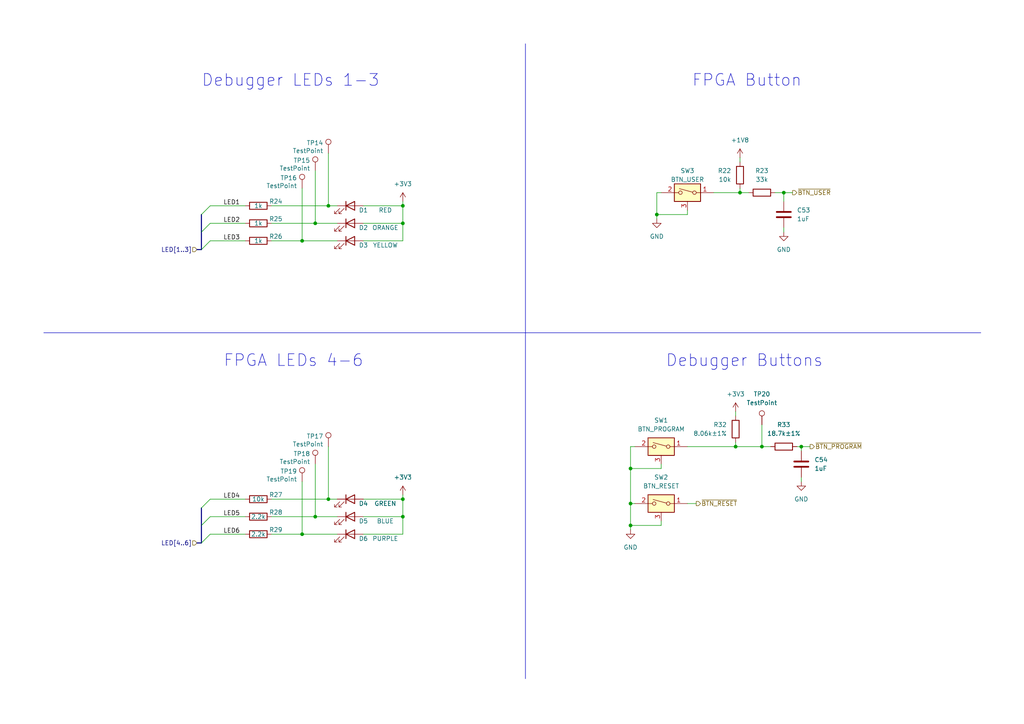
<source format=kicad_sch>
(kicad_sch (version 20230121) (generator eeschema)
  (paper "A4")
  (title_block (title "URTI Mainboard") (date "${DATE}") (rev "${VERSION}") (company "Copyright 2023 Great Scott Gadgets") (comment 1 "Licensed under the CERN-OHL-P v2"))
  (lib_symbols
    (symbol "Connector:TestPoint" (pin_numbers hide) (pin_names (offset 0.762) hide)
      (property "Reference" "TP" (at 0 6.858 0))
      (property "Value" "TestPoint" (at 0 5.08 0))
      (symbol "TestPoint_0_1"
        (circle (center 0 3.302) (radius 0.762))
      )
      (symbol "TestPoint_1_1"
        (pin passive line (at 0 0 90) (length 2.54) (name "1") (number "1"))
      )
    )
    (symbol "Device:C" (pin_numbers hide) (pin_names (offset 0.254))
      (property "Reference" "C" (at 0.635 2.54 0))
      (property "Value" "C" (at 0.635 -2.54 0))
      (symbol "C_0_1"
        (polyline (pts (xy -2.032 -0.762) (xy 2.032 -0.762)) (stroke (width 0.508)))
        (polyline (pts (xy -2.032 0.762) (xy 2.032 0.762)) (stroke (width 0.508)))
      )
      (symbol "C_1_1"
        (pin passive line (at 0 3.81 270) (length 2.794) (name "~") (number "1"))
        (pin passive line (at 0 -3.81 90) (length 2.794) (name "~") (number "2"))
      )
    )
    (symbol "Device:LED" (pin_numbers hide) (pin_names (offset 1.016) hide)
      (property "Reference" "D" (at 0 2.54 0))
      (property "Value" "LED" (at 0 -2.54 0))
      (symbol "LED_0_1"
        (polyline (pts (xy -1.27 -1.27) (xy -1.27 1.27)) (stroke (width 0.254)))
        (polyline (pts (xy -1.27 0) (xy 1.27 0)))
        (polyline (pts (xy 1.27 -1.27) (xy 1.27 1.27) (xy -1.27 0) (xy 1.27 -1.27)) (stroke (width 0.254)))
        (polyline (pts (xy -3.048 -0.762) (xy -4.572 -2.286) (xy -3.81 -2.286) (xy -4.572 -2.286) (xy -4.572 -1.524)))
        (polyline (pts (xy -1.778 -0.762) (xy -3.302 -2.286) (xy -2.54 -2.286) (xy -3.302 -2.286) (xy -3.302 -1.524)))
      )
      (symbol "LED_1_1"
        (pin passive line (at -3.81 0 0) (length 2.54) (name "K") (number "1"))
        (pin passive line (at 3.81 0 180) (length 2.54) (name "A") (number "2"))
      )
    )
    (symbol "Device:R" (pin_numbers hide) (pin_names (offset 0))
      (property "Reference" "R" (at 2.032 0 90))
      (property "Value" "R" (at 0 0 90))
      (symbol "R_0_1"
        (rectangle (start -1.016 -2.54) (end 1.016 2.54) (stroke (width 0.254)))
      )
      (symbol "R_1_1"
        (pin passive line (at 0 3.81 270) (length 1.27) (name "~") (number "1"))
        (pin passive line (at 0 -3.81 90) (length 1.27) (name "~") (number "2"))
      )
    )
    (symbol "power:+1V8" (power) (pin_names (offset 0))
      (property "Value" "+1V8" (at 0 3.556 0))
      (symbol "+1V8_0_1"
        (polyline (pts (xy -0.762 1.27) (xy 0 2.54)))
        (polyline (pts (xy 0 0) (xy 0 2.54)))
        (polyline (pts (xy 0 2.54) (xy 0.762 1.27)))
      )
      (symbol "+1V8_1_1"
        (pin power_in line (at 0 0 90) (length 0) hide (name "+1V8") (number "1"))
      )
    )
    (symbol "power:+3V3" (power) (pin_names (offset 0))
      (property "Value" "+3V3" (at 0 3.556 0))
      (symbol "+3V3_0_1"
        (polyline (pts (xy -0.762 1.27) (xy 0 2.54)))
        (polyline (pts (xy 0 0) (xy 0 2.54)))
        (polyline (pts (xy 0 2.54) (xy 0.762 1.27)))
      )
      (symbol "+3V3_1_1"
        (pin power_in line (at 0 0 90) (length 0) hide (name "+3V3") (number "1"))
      )
    )
    (symbol "power:GND" (power) (pin_names (offset 0))
      (property "Value" "GND" (at 0 -3.81 0))
      (symbol "GND_0_1"
        (polyline (pts (xy 0 0) (xy 0 -1.27) (xy 1.27 -1.27) (xy 0 -2.54) (xy -1.27 -1.27) (xy 0 -1.27)))
      )
      (symbol "GND_1_1"
        (pin power_in line (at 0 0 270) (length 0) hide (name "GND") (number "1"))
      )
    )
    (symbol "support_hardware:SW_SPST_shielded" (pin_names (offset 0) hide)
      (property "Reference" "SW" (at 0 6.35 0))
      (property "Value" "SW_SPST_shielded" (at 0 3.81 0))
      (symbol "SW_SPST_shielded_0_0"
        (circle (center -2.032 0) (radius 0.508))
        (polyline (pts (xy -1.524 0.127) (xy 2.3622 1.1684)))
        (circle (center 2.032 0) (radius 0.508))
      )
      (symbol "SW_SPST_shielded_0_1"
        (rectangle (start -3.81 2.54) (end 3.81 -2.54) (stroke (width 0.254)) (fill (type background)))
      )
      (symbol "SW_SPST_shielded_1_1"
        (pin passive line (at -7.62 0 0) (length 5.08) (name "~") (number "1"))
        (pin passive line (at 7.62 0 180) (length 5.08) (name "~") (number "2"))
        (pin passive line (at 0 -5.08 90) (length 2.54) (name "SHIELD") (number "3"))
      )
    )
  )
  (junction (at 116.84 144.78))
  (junction (at 220.98 129.54))
  (junction (at 116.84 64.77))
  (junction (at 91.44 149.86))
  (junction (at 116.84 149.86))
  (junction (at 182.88 135.89))
  (junction (at 91.44 64.77))
  (junction (at 87.63 69.85))
  (junction (at 232.41 129.54))
  (junction (at 227.33 55.88))
  (junction (at 182.88 152.4))
  (junction (at 190.5 62.23))
  (junction (at 182.88 146.05))
  (junction (at 213.36 129.54))
  (junction (at 95.25 59.69))
  (junction (at 95.25 144.78))
  (junction (at 87.63 154.94))
  (junction (at 214.63 55.88))
  (junction (at 116.84 59.69))
  (bus_entry (at 60.96 144.78) (size -2.54 2.54))
  (bus_entry (at 60.96 69.85) (size -2.54 2.54))
  (bus_entry (at 60.96 149.86) (size -2.54 2.54))
  (bus_entry (at 60.96 154.94) (size -2.54 2.54))
  (bus_entry (at 60.96 64.77) (size -2.54 2.54))
  (bus_entry (at 60.96 59.69) (size -2.54 2.54))
  (wire (pts (xy 191.77 135.89) (xy 191.77 134.62)))
  (wire (pts (xy 214.63 55.88) (xy 207.01 55.88)))
  (wire (pts (xy 116.84 59.69) (xy 116.84 64.77)))
  (bus (pts (xy 58.42 147.32) (xy 58.42 152.4)))
  (wire (pts (xy 190.5 62.23) (xy 190.5 55.88)))
  (wire (pts (xy 182.88 135.89) (xy 182.88 146.05)))
  (wire (pts (xy 182.88 153.67) (xy 182.88 152.4)))
  (wire (pts (xy 182.88 129.54) (xy 182.88 135.89)))
  (wire (pts (xy 232.41 139.7) (xy 232.41 138.43)))
  (wire (pts (xy 116.84 143.51) (xy 116.84 144.78)))
  (wire (pts (xy 223.52 129.54) (xy 220.98 129.54)))
  (wire (pts (xy 60.96 69.85) (xy 71.12 69.85)))
  (wire (pts (xy 105.41 64.77) (xy 116.84 64.77)))
  (wire (pts (xy 182.88 146.05) (xy 182.88 152.4)))
  (wire (pts (xy 224.79 55.88) (xy 227.33 55.88)))
  (wire (pts (xy 91.44 64.77) (xy 97.79 64.77)))
  (wire (pts (xy 217.17 55.88) (xy 214.63 55.88)))
  (wire (pts (xy 87.63 139.7) (xy 87.63 154.94)))
  (wire (pts (xy 60.96 59.69) (xy 71.12 59.69)))
  (wire (pts (xy 95.25 129.54) (xy 95.25 144.78)))
  (wire (pts (xy 199.39 62.23) (xy 190.5 62.23)))
  (wire (pts (xy 182.88 129.54) (xy 184.15 129.54)))
  (wire (pts (xy 220.98 123.19) (xy 220.98 129.54)))
  (polyline (pts (xy 12.7 96.52) (xy 284.48 96.52)))
  (wire (pts (xy 232.41 129.54) (xy 234.95 129.54)))
  (wire (pts (xy 191.77 152.4) (xy 182.88 152.4)))
  (bus (pts (xy 58.42 67.31) (xy 58.42 72.39)))
  (wire (pts (xy 229.87 55.88) (xy 227.33 55.88)))
  (wire (pts (xy 116.84 64.77) (xy 116.84 69.85)))
  (wire (pts (xy 78.74 154.94) (xy 87.63 154.94)))
  (wire (pts (xy 201.93 146.05) (xy 199.39 146.05)))
  (bus (pts (xy 58.42 157.48) (xy 57.15 157.48)))
  (wire (pts (xy 71.12 64.77) (xy 60.96 64.77)))
  (wire (pts (xy 190.5 62.23) (xy 190.5 63.5)))
  (wire (pts (xy 105.41 69.85) (xy 116.84 69.85)))
  (wire (pts (xy 87.63 54.61) (xy 87.63 69.85)))
  (wire (pts (xy 87.63 69.85) (xy 97.79 69.85)))
  (wire (pts (xy 227.33 67.31) (xy 227.33 66.04)))
  (wire (pts (xy 60.96 149.86) (xy 71.12 149.86)))
  (wire (pts (xy 95.25 59.69) (xy 97.79 59.69)))
  (wire (pts (xy 105.41 59.69) (xy 116.84 59.69)))
  (wire (pts (xy 105.41 144.78) (xy 116.84 144.78)))
  (wire (pts (xy 214.63 45.72) (xy 214.63 46.99)))
  (wire (pts (xy 182.88 146.05) (xy 184.15 146.05)))
  (wire (pts (xy 78.74 144.78) (xy 95.25 144.78)))
  (wire (pts (xy 227.33 58.42) (xy 227.33 55.88)))
  (wire (pts (xy 78.74 69.85) (xy 87.63 69.85)))
  (wire (pts (xy 213.36 119.38) (xy 213.36 120.65)))
  (wire (pts (xy 95.25 144.78) (xy 97.79 144.78)))
  (wire (pts (xy 78.74 149.86) (xy 91.44 149.86)))
  (bus (pts (xy 58.42 62.23) (xy 58.42 67.31)))
  (wire (pts (xy 91.44 134.62) (xy 91.44 149.86)))
  (wire (pts (xy 95.25 59.69) (xy 95.25 44.45)))
  (wire (pts (xy 232.41 130.81) (xy 232.41 129.54)))
  (bus (pts (xy 57.15 72.39) (xy 58.42 72.39)))
  (wire (pts (xy 71.12 144.78) (xy 60.96 144.78)))
  (wire (pts (xy 116.84 144.78) (xy 116.84 149.86)))
  (wire (pts (xy 78.74 59.69) (xy 95.25 59.69)))
  (wire (pts (xy 71.12 154.94) (xy 60.96 154.94)))
  (wire (pts (xy 116.84 59.69) (xy 116.84 58.42)))
  (wire (pts (xy 91.44 149.86) (xy 97.79 149.86)))
  (wire (pts (xy 213.36 129.54) (xy 199.39 129.54)))
  (wire (pts (xy 213.36 129.54) (xy 213.36 128.27)))
  (wire (pts (xy 78.74 64.77) (xy 91.44 64.77)))
  (wire (pts (xy 105.41 149.86) (xy 116.84 149.86)))
  (polyline (pts (xy 152.4 12.7) (xy 152.4 196.85)))
  (wire (pts (xy 231.14 129.54) (xy 232.41 129.54)))
  (wire (pts (xy 199.39 62.23) (xy 199.39 60.96)))
  (bus (pts (xy 58.42 152.4) (xy 58.42 157.48)))
  (wire (pts (xy 191.77 135.89) (xy 182.88 135.89)))
  (wire (pts (xy 87.63 154.94) (xy 97.79 154.94)))
  (wire (pts (xy 220.98 129.54) (xy 213.36 129.54)))
  (wire (pts (xy 191.77 152.4) (xy 191.77 151.13)))
  (wire (pts (xy 116.84 149.86) (xy 116.84 154.94)))
  (wire (pts (xy 214.63 55.88) (xy 214.63 54.61)))
  (wire (pts (xy 91.44 49.53) (xy 91.44 64.77)))
  (wire (pts (xy 116.84 154.94) (xy 105.41 154.94)))
  (wire (pts (xy 190.5 55.88) (xy 191.77 55.88)))
  (text "FPGA Button" (at 200.66 25.4 0) (effects (font (size 3.4036 3.4036)) (justify left bottom)))
  (text "Debugger Buttons" (at 193.04 106.68 0) (effects (font (size 3.4036 3.4036)) (justify left bottom)))
  (text "FPGA LEDs 4-6" (at 64.77 106.68 0) (effects (font (size 3.4036 3.4036)) (justify left bottom)))
  (text "Debugger LEDs 1-3" (at 58.42 25.4 0) (effects (font (size 3.4036 3.4036)) (justify left bottom)))
  (label "LED4" (at 64.77 144.78 0))
  (label "LED6" (at 64.77 154.94 0))
  (label "LED2" (at 64.77 64.77 0))
  (label "LED1" (at 64.77 59.69 0))
  (label "LED5" (at 64.77 149.86 0))
  (label "LED3" (at 64.77 69.85 0))
  (hierarchical_label "~{BTN_PROGRAM}" (shape output) (at 234.95 129.54 0))
  (hierarchical_label "~{BTN_USER}" (shape output) (at 229.87 55.88 0))
  (hierarchical_label "LED[4..6]" (shape input) (at 57.15 157.48 180))
  (hierarchical_label "LED[1..3]" (shape input) (at 57.15 72.39 180))
  (hierarchical_label "~{BTN_RESET}" (shape output) (at 201.93 146.05 0))
  (symbol (lib_id "Device:R") (at 74.93 144.78 270) (mirror x) (unit 1)
    (property "Reference" "R27" (at 80.01 143.51 90))
    (property "Value" "10k" (at 74.93 144.78 90))
    (property "Footprint" "Resistor_SMD:R_0402_1005Metric" (effects hide))
    (property "Part Number" "RC0402JR-0710KL" (effects hide))
    (property "Substitution" "any equivalent" (effects hide))
    (property "Description" "RES 10K OHM 5% 1/16W 0402" (effects hide))
    (property "Manufacturer" "Yageo" (effects hide))
  )
  (symbol (lib_id "Device:R") (at 74.93 149.86 270) (unit 1)
    (property "Reference" "R28" (at 80.01 148.59 90))
    (property "Value" "2.2k" (at 74.93 149.86 90))
    (property "Footprint" "Resistor_SMD:R_0402_1005Metric" (effects hide))
    (property "Part Number" "RC0402JR-072K2L" (effects hide))
    (property "Substitution" "any equivalent" (effects hide))
    (property "Description" "RES 2.2K OHM 5% 1/16W 0402" (effects hide))
    (property "Manufacturer" "Yageo" (effects hide))
  )
  (symbol (lib_id "Device:R") (at 74.93 154.94 270) (unit 1)
    (property "Reference" "R29" (at 80.01 153.67 90))
    (property "Value" "2.2k" (at 74.93 154.94 90))
    (property "Footprint" "Resistor_SMD:R_0402_1005Metric" (effects hide))
    (property "Part Number" "RC0402JR-072K2L" (effects hide))
    (property "Substitution" "any equivalent" (effects hide))
    (property "Description" "RES 2.2K OHM 5% 1/16W 0402" (effects hide))
    (property "Manufacturer" "Yageo" (effects hide))
  )
  (symbol (lib_id "Device:R") (at 74.93 59.69 270) (unit 1)
    (property "Reference" "R24" (at 80.01 58.42 90))
    (property "Value" "1k" (at 74.93 59.69 90))
    (property "Footprint" "Resistor_SMD:R_0402_1005Metric" (effects hide))
    (property "Part Number" "RC0402JR-071KL" (effects hide))
    (property "Substitution" "any equivalent" (effects hide))
    (property "Description" "RES 1K OHM 5% 1/16W 0402" (effects hide))
    (property "Manufacturer" "Yageo" (effects hide))
  )
  (symbol (lib_id "Device:R") (at 74.93 64.77 270) (unit 1)
    (property "Reference" "R25" (at 80.01 63.5 90))
    (property "Value" "1k" (at 74.93 64.77 90))
    (property "Footprint" "Resistor_SMD:R_0402_1005Metric" (effects hide))
    (property "Part Number" "RC0402JR-071KL" (effects hide))
    (property "Substitution" "any equivalent" (effects hide))
    (property "Description" "RES 1K OHM 5% 1/16W 0402" (effects hide))
    (property "Manufacturer" "Yageo" (effects hide))
  )
  (symbol (lib_id "Device:R") (at 74.93 69.85 270) (unit 1)
    (property "Reference" "R26" (at 80.01 68.58 90))
    (property "Value" "1k" (at 74.93 69.85 90))
    (property "Footprint" "Resistor_SMD:R_0402_1005Metric" (effects hide))
    (property "Part Number" "RC0402JR-071KL" (effects hide))
    (property "Substitution" "any equivalent" (effects hide))
    (property "Description" "RES 1K OHM 5% 1/16W 0402" (effects hide))
    (property "Manufacturer" "Yageo" (effects hide))
  )
  (symbol (lib_id "Device:LED") (at 101.6 59.69 0) (unit 1)
    (property "Reference" "D1" (at 105.41 60.96 0))
    (property "Value" "RED" (at 111.76 60.96 0))
    (property "Footprint" "LED_SMD:LED_0603_1608Metric" (effects hide))
    (property "Part Number" "OSR50603C1E" (effects hide))
    (property "Manufacturer" "OptoSupply" (effects hide))
    (property "Description" "LED SMD 0603 RED" (effects hide))
  )
  (symbol (lib_id "Device:LED") (at 101.6 69.85 0) (unit 1)
    (property "Reference" "D3" (at 105.41 71.12 0))
    (property "Value" "YELLOW" (at 111.76 71.12 0))
    (property "Footprint" "LED_SMD:LED_0603_1608Metric" (effects hide))
    (property "Part Number" "E6C0603UYAC1UDA" (effects hide))
    (property "Manufacturer" "EKINGLUX" (effects hide))
    (property "Description" "LED SMD 0603 YELLOW" (effects hide))
  )
  (symbol (lib_id "Device:LED") (at 101.6 144.78 0) (unit 1)
    (property "Reference" "D4" (at 105.41 146.05 0))
    (property "Value" "GREEN" (at 111.76 146.05 0))
    (property "Footprint" "LED_SMD:LED_0603_1608Metric" (effects hide))
    (property "Part Number" "ORH-G36G" (effects hide))
    (property "Manufacturer" "Orient" (effects hide))
    (property "Description" "LED SMD 0603 GREEN" (effects hide))
  )
  (symbol (lib_id "Device:LED") (at 101.6 149.86 0) (unit 1)
    (property "Reference" "D5" (at 105.41 151.13 0))
    (property "Value" "BLUE" (at 111.76 151.13 0))
    (property "Footprint" "LED_SMD:LED_0603_1608Metric" (effects hide))
    (property "Part Number" "ORH-B36G" (effects hide))
    (property "Manufacturer" "Orient" (effects hide))
    (property "Description" "LED SMD 0603 BLUE" (effects hide))
  )
  (symbol (lib_id "Device:LED") (at 101.6 154.94 0) (unit 1)
    (property "Reference" "D6" (at 105.41 156.21 0))
    (property "Value" "PURPLE" (at 111.76 156.21 0))
    (property "Footprint" "LED_SMD:LED_0603_1608Metric" (effects hide))
    (property "Part Number" "OSVX0603C1E" (effects hide))
    (property "Manufacturer" "OptoSupply" (effects hide))
    (property "Description" "LED SMD 0603 VIOLET" (effects hide))
  )
  (symbol (lib_id "Device:LED") (at 101.6 64.77 0) (unit 1)
    (property "Reference" "D2" (at 105.41 66.04 0))
    (property "Value" "ORANGE" (at 111.76 66.04 0))
    (property "Footprint" "LED_SMD:LED_0603_1608Metric" (effects hide))
    (property "Part Number" "E6C0603SEAC1UDA" (effects hide))
    (property "Manufacturer" "EKINGLUX" (effects hide))
    (property "Description" "LED SMD 0603 ORANGE" (effects hide))
  )
  (symbol (lib_id "support_hardware:SW_SPST_shielded") (at 191.77 146.05 0) (mirror y) (unit 1)
    (property "Reference" "SW2" (at 191.77 138.43 0))
    (property "Value" "BTN_RESET" (at 191.77 140.97 0))
    (property "Footprint" "mainboard:SW_Tactile_SPST_Angled_TC-1109DE-B-F" (effects hide))
    (property "Description" "SWITCH TACTILE SPST-NO 0.05A 12V" (effects hide))
    (property "Manufacturer" "XKB" (effects hide))
    (property "Part Number" "TC-1109DE-B-F" (effects hide))
    (property "Substitution" "DEALON TC-1150DL-6.0H-160" (effects hide))
  )
  (symbol (lib_id "Connector:TestPoint") (at 87.63 139.7 0) (mirror y) (unit 1) (in_bom no)
    (property "Reference" "TP19" (at 86.1568 136.7028 0) (effects (justify left)))
    (property "Value" "TestPoint" (at 86.1568 138.9888 0) (effects (justify left)))
    (property "Footprint" "TestPoint:TestPoint_Pad_D1.0mm" (effects hide))
  )
  (symbol (lib_id "Connector:TestPoint") (at 87.63 54.61 0) (mirror y) (unit 1) (in_bom no)
    (property "Reference" "TP16" (at 86.1568 51.6128 0) (effects (justify left)))
    (property "Value" "TestPoint" (at 86.1568 53.8988 0) (effects (justify left)))
    (property "Footprint" "TestPoint:TestPoint_Pad_D1.0mm" (effects hide))
  )
  (symbol (lib_id "Connector:TestPoint") (at 91.44 134.62 0) (mirror y) (unit 1) (in_bom no)
    (property "Reference" "TP18" (at 89.9668 131.6228 0) (effects (justify left)))
    (property "Value" "TestPoint" (at 89.9668 133.9088 0) (effects (justify left)))
    (property "Footprint" "TestPoint:TestPoint_Pad_D1.0mm" (effects hide))
  )
  (symbol (lib_id "Device:R") (at 214.63 50.8 0) (mirror y) (unit 1)
    (property "Reference" "R22" (at 212.09 49.53 0) (effects (justify left)))
    (property "Value" "10k" (at 212.09 52.07 0) (effects (justify left)))
    (property "Footprint" "Resistor_SMD:R_0402_1005Metric" (effects hide))
    (property "Part Number" "RC0402JR-0710KL" (effects hide))
    (property "Substitution" "any equivalent" (effects hide))
    (property "Description" "RES 10K OHM 5% 1/16W 0402" (effects hide))
    (property "Manufacturer" "Yageo" (effects hide))
  )
  (symbol (lib_id "power:+3V3") (at 116.84 143.51 0) (unit 1)
    (property "Reference" "#PWR023" (effects hide))
    (property "Value" "+3V3" (at 116.84 138.43 0))
  )
  (symbol (lib_id "Device:R") (at 213.36 124.46 0) (mirror y) (unit 1)
    (property "Reference" "R32" (at 210.82 123.19 0) (effects (justify left)))
    (property "Value" "8.06k±1%" (at 210.82 125.73 0) (effects (justify left)))
    (property "Footprint" "Resistor_SMD:R_0402_1005Metric" (effects hide))
    (property "Part Number" "ERJ-2RKF8061X" (effects hide))
    (property "Substitution" "any equivalent" (effects hide))
    (property "Description" "RES SMD 8.06K OHM 1% 1/10W 0402" (effects hide))
    (property "Manufacturer" "Panasonic" (effects hide))
  )
  (symbol (lib_id "Device:C") (at 232.41 134.62 0) (mirror y) (unit 1)
    (property "Reference" "C54" (at 236.22 133.35 0) (effects (justify right)))
    (property "Value" "1uF" (at 236.22 135.89 0) (effects (justify right)))
    (property "Footprint" "Capacitor_SMD:C_0402_1005Metric" (effects hide))
    (property "Part Number" "CL05A105KP5NNNC" (effects hide))
    (property "Substitution" "any equivalent" (effects hide))
    (property "Description" "CAP CER 1UF 10V X5R 0402" (effects hide))
    (property "Manufacturer" "Samsung" (effects hide))
  )
  (symbol (lib_id "Device:C") (at 227.33 62.23 0) (mirror y) (unit 1)
    (property "Reference" "C53" (at 231.14 60.96 0) (effects (justify right)))
    (property "Value" "1uF" (at 231.14 63.5 0) (effects (justify right)))
    (property "Footprint" "Capacitor_SMD:C_0402_1005Metric" (effects hide))
    (property "Part Number" "CL05A105KP5NNNC" (effects hide))
    (property "Substitution" "any equivalent" (effects hide))
    (property "Description" "CAP CER 1UF 10V X5R 0402" (effects hide))
    (property "Manufacturer" "Samsung" (effects hide))
  )
  (symbol (lib_id "Device:R") (at 227.33 129.54 270) (mirror x) (unit 1)
    (property "Reference" "R33" (at 227.33 123.19 90))
    (property "Value" "18.7k±1%" (at 227.33 125.73 90))
    (property "Footprint" "Resistor_SMD:R_0402_1005Metric" (effects hide))
    (property "Description" "RES SMD 18.7K OHM 1% 1/10W 0402" (effects hide))
    (property "Manufacturer" "Panasonic" (effects hide))
    (property "Part Number" "ERJ-2RKF1872X" (effects hide))
    (property "Substitution" "any equivalent" (effects hide))
  )
  (symbol (lib_id "Connector:TestPoint") (at 220.98 123.19 0) (unit 1) (in_bom no)
    (property "Reference" "TP20" (at 220.98 114.3 0))
    (property "Value" "TestPoint" (at 220.98 116.84 0))
    (property "Footprint" "TestPoint:TestPoint_Pad_D1.0mm" (effects hide))
  )
  (symbol (lib_id "Connector:TestPoint") (at 91.44 49.53 0) (mirror y) (unit 1) (in_bom no)
    (property "Reference" "TP15" (at 89.9668 46.5328 0) (effects (justify left)))
    (property "Value" "TestPoint" (at 89.9668 48.8188 0) (effects (justify left)))
    (property "Footprint" "TestPoint:TestPoint_Pad_D1.0mm" (effects hide))
  )
  (symbol (lib_id "power:GND") (at 182.88 153.67 0) (unit 1)
    (property "Reference" "#PWR089" (effects hide))
    (property "Value" "GND" (at 182.88 158.75 0))
  )
  (symbol (lib_id "Connector:TestPoint") (at 95.25 129.54 0) (mirror y) (unit 1) (in_bom no)
    (property "Reference" "TP17" (at 93.7768 126.5428 0) (effects (justify left)))
    (property "Value" "TestPoint" (at 93.7768 128.8288 0) (effects (justify left)))
    (property "Footprint" "TestPoint:TestPoint_Pad_D1.0mm" (effects hide))
  )
  (symbol (lib_id "Connector:TestPoint") (at 95.25 44.45 0) (mirror y) (unit 1) (in_bom no)
    (property "Reference" "TP14" (at 93.7768 41.4528 0) (effects (justify left)))
    (property "Value" "TestPoint" (at 93.7768 43.7388 0) (effects (justify left)))
    (property "Footprint" "TestPoint:TestPoint_Pad_D1.0mm" (effects hide))
  )
  (symbol (lib_id "power:GND") (at 232.41 139.7 0) (unit 1)
    (property "Reference" "#PWR068" (effects hide))
    (property "Value" "GND" (at 232.41 144.78 0))
  )
  (symbol (lib_id "power:GND") (at 227.33 67.31 0) (unit 1)
    (property "Reference" "#PWR095" (effects hide))
    (property "Value" "GND" (at 227.33 72.39 0))
  )
  (symbol (lib_id "power:+3V3") (at 213.36 119.38 0) (mirror y) (unit 1)
    (property "Reference" "#PWR0142" (effects hide))
    (property "Value" "+3V3" (at 213.36 114.3 0))
  )
  (symbol (lib_id "power:+3V3") (at 116.84 58.42 0) (unit 1)
    (property "Reference" "#PWR0139" (effects hide))
    (property "Value" "+3V3" (at 116.84 53.34 0))
  )
  (symbol (lib_id "Device:R") (at 220.98 55.88 270) (mirror x) (unit 1)
    (property "Reference" "R23" (at 220.98 49.53 90))
    (property "Value" "33k" (at 220.98 52.07 90))
    (property "Footprint" "Resistor_SMD:R_0402_1005Metric" (effects hide))
    (property "Description" "RES SMD 33K OHM 5% 1/10W 0402" (effects hide))
    (property "Manufacturer" "Panasonic" (effects hide))
    (property "Part Number" "ERJ-2GEJ333X" (effects hide))
    (property "Substitution" "any equivalent" (effects hide))
  )
  (symbol (lib_id "support_hardware:SW_SPST_shielded") (at 199.39 55.88 0) (mirror y) (unit 1)
    (property "Reference" "SW3" (at 199.39 49.53 0))
    (property "Value" "BTN_USER" (at 199.39 52.07 0))
    (property "Footprint" "mainboard:SW_Tactile_SPST_Angled_TC-1109DE-B-F" (effects hide))
    (property "Description" "SWITCH TACTILE SPST-NO 0.05A 12V" (effects hide))
    (property "Manufacturer" "XKB" (effects hide))
    (property "Part Number" "TC-1109DE-B-F" (effects hide))
    (property "Substitution" "DEALON TC-1150DL-6.0H-160" (effects hide))
  )
  (symbol (lib_id "power:GND") (at 190.5 63.5 0) (unit 1)
    (property "Reference" "#PWR0140" (effects hide))
    (property "Value" "GND" (at 190.5 68.58 0))
  )
  (symbol (lib_id "power:+1V8") (at 214.63 45.72 0) (unit 1)
    (property "Reference" "#PWR093" (effects hide))
    (property "Value" "+1V8" (at 214.63 40.64 0))
  )
  (symbol (lib_id "support_hardware:SW_SPST_shielded") (at 191.77 129.54 0) (mirror y) (unit 1)
    (property "Reference" "SW1" (at 191.77 121.92 0))
    (property "Value" "BTN_PROGRAM" (at 191.77 124.46 0))
    (property "Footprint" "mainboard:SW_Tactile_SPST_Angled_TC-1109DE-B-F" (effects hide))
    (property "Description" "SWITCH TACTILE SPST-NO 0.05A 12V" (effects hide))
    (property "Manufacturer" "XKB" (effects hide))
    (property "Part Number" "TC-1109DE-B-F" (effects hide))
    (property "Substitution" "DEALON TC-1150DL-6.0H-160" (effects hide))
  )
)
</source>
